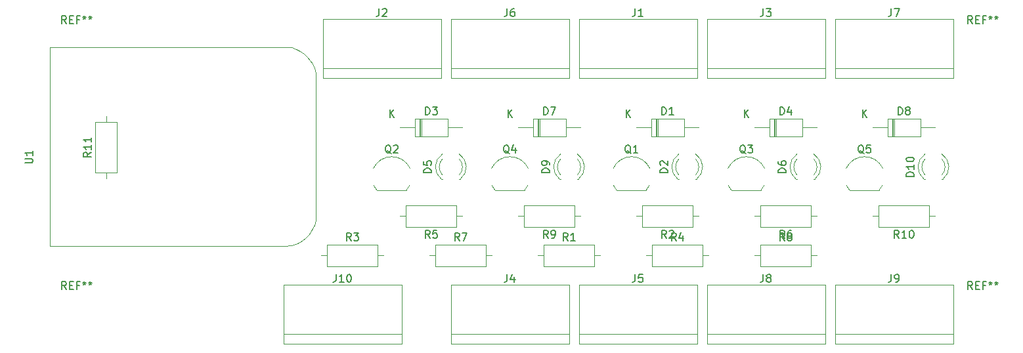
<source format=gbr>
G04 #@! TF.GenerationSoftware,KiCad,Pcbnew,(5.1.2)-2*
G04 #@! TF.CreationDate,2019-08-15T12:47:13-04:00*
G04 #@! TF.ProjectId,esp8266v1,65737038-3236-4367-9631-2e6b69636164,rev?*
G04 #@! TF.SameCoordinates,Original*
G04 #@! TF.FileFunction,Legend,Top*
G04 #@! TF.FilePolarity,Positive*
%FSLAX46Y46*%
G04 Gerber Fmt 4.6, Leading zero omitted, Abs format (unit mm)*
G04 Created by KiCad (PCBNEW (5.1.2)-2) date 2019-08-15 12:47:13*
%MOMM*%
%LPD*%
G04 APERTURE LIST*
%ADD10C,0.120000*%
%ADD11C,0.100000*%
%ADD12C,0.090000*%
%ADD13C,0.150000*%
G04 APERTURE END LIST*
D10*
X202962383Y-58262264D02*
G75*
G02X202570000Y-58850000I-2302383J1112264D01*
G01*
X203016400Y-56051193D02*
G75*
G03X200660000Y-54550000I-2356400J-1098807D01*
G01*
X198303600Y-56051193D02*
G75*
G02X200660000Y-54550000I2356400J-1098807D01*
G01*
X198337369Y-58272045D02*
G75*
G03X198720000Y-58850000I2322631J1122045D01*
G01*
X198720000Y-58850000D02*
X202570000Y-58850000D01*
X157242383Y-58262264D02*
G75*
G02X156850000Y-58850000I-2302383J1112264D01*
G01*
X157296400Y-56051193D02*
G75*
G03X154940000Y-54550000I-2356400J-1098807D01*
G01*
X152583600Y-56051193D02*
G75*
G02X154940000Y-54550000I2356400J-1098807D01*
G01*
X152617369Y-58272045D02*
G75*
G03X153000000Y-58850000I2322631J1122045D01*
G01*
X153000000Y-58850000D02*
X156850000Y-58850000D01*
X187722383Y-58262264D02*
G75*
G02X187330000Y-58850000I-2302383J1112264D01*
G01*
X187776400Y-56051193D02*
G75*
G03X185420000Y-54550000I-2356400J-1098807D01*
G01*
X183063600Y-56051193D02*
G75*
G02X185420000Y-54550000I2356400J-1098807D01*
G01*
X183097369Y-58272045D02*
G75*
G03X183480000Y-58850000I2322631J1122045D01*
G01*
X183480000Y-58850000D02*
X187330000Y-58850000D01*
X142002383Y-58262264D02*
G75*
G02X141610000Y-58850000I-2302383J1112264D01*
G01*
X142056400Y-56051193D02*
G75*
G03X139700000Y-54550000I-2356400J-1098807D01*
G01*
X137343600Y-56051193D02*
G75*
G02X139700000Y-54550000I2356400J-1098807D01*
G01*
X137377369Y-58272045D02*
G75*
G03X137760000Y-58850000I2322631J1122045D01*
G01*
X137760000Y-58850000D02*
X141610000Y-58850000D01*
X172922383Y-58262264D02*
G75*
G02X172530000Y-58850000I-2302383J1112264D01*
G01*
X172976400Y-56051193D02*
G75*
G03X170620000Y-54550000I-2356400J-1098807D01*
G01*
X168263600Y-56051193D02*
G75*
G02X170620000Y-54550000I2356400J-1098807D01*
G01*
X168297369Y-58272045D02*
G75*
G03X168680000Y-58850000I2322631J1122045D01*
G01*
X168680000Y-58850000D02*
X172530000Y-58850000D01*
X125730000Y-78740000D02*
X140970000Y-78740000D01*
X125730000Y-71120000D02*
X140970000Y-71120000D01*
X125730000Y-77470000D02*
X140970000Y-77470000D01*
X140970000Y-78740000D02*
X140970000Y-71120000D01*
X125730000Y-78740000D02*
X125730000Y-71120000D01*
D11*
X126744575Y-65975482D02*
X125851807Y-66091078D01*
X127499613Y-65747122D02*
X126744575Y-65975482D01*
X128131460Y-65419595D02*
X127499613Y-65747122D01*
X128654658Y-65006503D02*
X128131460Y-65419595D01*
X129083743Y-64521445D02*
X128654658Y-65006503D01*
X129433258Y-63978018D02*
X129083743Y-64521445D01*
X129717741Y-63389824D02*
X129433258Y-63978018D01*
X129951734Y-62770460D02*
X129717741Y-63389824D01*
X129922976Y-43732547D02*
X129951734Y-62770460D01*
X129737310Y-43134750D02*
X129922976Y-43732547D01*
X129490377Y-42590560D02*
X129737310Y-43134750D01*
X129182741Y-42099488D02*
X129490377Y-42590560D01*
X128814952Y-41661047D02*
X129182741Y-42099488D01*
X128387577Y-41274747D02*
X128814952Y-41661047D01*
X127901167Y-40940099D02*
X128387577Y-41274747D01*
X127356286Y-40656616D02*
X127901167Y-40940099D01*
X126753493Y-40423805D02*
X127356286Y-40656616D01*
X95583342Y-40409807D02*
X126753493Y-40423805D01*
D12*
X95585000Y-66115000D02*
X103285000Y-66115000D01*
X95585000Y-40415000D02*
X95585000Y-66115000D01*
X103310000Y-66115000D02*
X125835000Y-66090000D01*
D10*
X102870000Y-49300000D02*
X102870000Y-50070000D01*
X102870000Y-57380000D02*
X102870000Y-56610000D01*
X101500000Y-50070000D02*
X101500000Y-56610000D01*
X104240000Y-50070000D02*
X101500000Y-50070000D01*
X104240000Y-56610000D02*
X104240000Y-50070000D01*
X101500000Y-56610000D02*
X104240000Y-56610000D01*
X201700000Y-62230000D02*
X202470000Y-62230000D01*
X209780000Y-62230000D02*
X209010000Y-62230000D01*
X202470000Y-63600000D02*
X209010000Y-63600000D01*
X202470000Y-60860000D02*
X202470000Y-63600000D01*
X209010000Y-60860000D02*
X202470000Y-60860000D01*
X209010000Y-63600000D02*
X209010000Y-60860000D01*
X155980000Y-62230000D02*
X156750000Y-62230000D01*
X164060000Y-62230000D02*
X163290000Y-62230000D01*
X156750000Y-63600000D02*
X163290000Y-63600000D01*
X156750000Y-60860000D02*
X156750000Y-63600000D01*
X163290000Y-60860000D02*
X156750000Y-60860000D01*
X163290000Y-63600000D02*
X163290000Y-60860000D01*
X194540000Y-67310000D02*
X193770000Y-67310000D01*
X186460000Y-67310000D02*
X187230000Y-67310000D01*
X193770000Y-65940000D02*
X187230000Y-65940000D01*
X193770000Y-68680000D02*
X193770000Y-65940000D01*
X187230000Y-68680000D02*
X193770000Y-68680000D01*
X187230000Y-65940000D02*
X187230000Y-68680000D01*
X152630000Y-67310000D02*
X151860000Y-67310000D01*
X144550000Y-67310000D02*
X145320000Y-67310000D01*
X151860000Y-65940000D02*
X145320000Y-65940000D01*
X151860000Y-68680000D02*
X151860000Y-65940000D01*
X145320000Y-68680000D02*
X151860000Y-68680000D01*
X145320000Y-65940000D02*
X145320000Y-68680000D01*
X186460000Y-62230000D02*
X187230000Y-62230000D01*
X194540000Y-62230000D02*
X193770000Y-62230000D01*
X187230000Y-63600000D02*
X193770000Y-63600000D01*
X187230000Y-60860000D02*
X187230000Y-63600000D01*
X193770000Y-60860000D02*
X187230000Y-60860000D01*
X193770000Y-63600000D02*
X193770000Y-60860000D01*
X140740000Y-62230000D02*
X141510000Y-62230000D01*
X148820000Y-62230000D02*
X148050000Y-62230000D01*
X141510000Y-63600000D02*
X148050000Y-63600000D01*
X141510000Y-60860000D02*
X141510000Y-63600000D01*
X148050000Y-60860000D02*
X141510000Y-60860000D01*
X148050000Y-63600000D02*
X148050000Y-60860000D01*
X180570000Y-67310000D02*
X179800000Y-67310000D01*
X172490000Y-67310000D02*
X173260000Y-67310000D01*
X179800000Y-65940000D02*
X173260000Y-65940000D01*
X179800000Y-68680000D02*
X179800000Y-65940000D01*
X173260000Y-68680000D02*
X179800000Y-68680000D01*
X173260000Y-65940000D02*
X173260000Y-68680000D01*
X138660000Y-67310000D02*
X137890000Y-67310000D01*
X130580000Y-67310000D02*
X131350000Y-67310000D01*
X137890000Y-65940000D02*
X131350000Y-65940000D01*
X137890000Y-68680000D02*
X137890000Y-65940000D01*
X131350000Y-68680000D02*
X137890000Y-68680000D01*
X131350000Y-65940000D02*
X131350000Y-68680000D01*
X171220000Y-62230000D02*
X171990000Y-62230000D01*
X179300000Y-62230000D02*
X178530000Y-62230000D01*
X171990000Y-63600000D02*
X178530000Y-63600000D01*
X171990000Y-60860000D02*
X171990000Y-63600000D01*
X178530000Y-60860000D02*
X171990000Y-60860000D01*
X178530000Y-63600000D02*
X178530000Y-60860000D01*
X166600000Y-67310000D02*
X165830000Y-67310000D01*
X158520000Y-67310000D02*
X159290000Y-67310000D01*
X165830000Y-65940000D02*
X159290000Y-65940000D01*
X165830000Y-68680000D02*
X165830000Y-65940000D01*
X159290000Y-68680000D02*
X165830000Y-68680000D01*
X159290000Y-65940000D02*
X159290000Y-68680000D01*
X196850000Y-78740000D02*
X212090000Y-78740000D01*
X196850000Y-71120000D02*
X212090000Y-71120000D01*
X196850000Y-77470000D02*
X212090000Y-77470000D01*
X212090000Y-78740000D02*
X212090000Y-71120000D01*
X196850000Y-78740000D02*
X196850000Y-71120000D01*
X180340000Y-78740000D02*
X195580000Y-78740000D01*
X180340000Y-71120000D02*
X195580000Y-71120000D01*
X180340000Y-77470000D02*
X195580000Y-77470000D01*
X195580000Y-78740000D02*
X195580000Y-71120000D01*
X180340000Y-78740000D02*
X180340000Y-71120000D01*
X196850000Y-44450000D02*
X212090000Y-44450000D01*
X196850000Y-36830000D02*
X212090000Y-36830000D01*
X196850000Y-43180000D02*
X212090000Y-43180000D01*
X212090000Y-44450000D02*
X212090000Y-36830000D01*
X196850000Y-44450000D02*
X196850000Y-36830000D01*
X147320000Y-44450000D02*
X162560000Y-44450000D01*
X147320000Y-36830000D02*
X162560000Y-36830000D01*
X147320000Y-43180000D02*
X162560000Y-43180000D01*
X162560000Y-44450000D02*
X162560000Y-36830000D01*
X147320000Y-44450000D02*
X147320000Y-36830000D01*
X163830000Y-78740000D02*
X179070000Y-78740000D01*
X163830000Y-71120000D02*
X179070000Y-71120000D01*
X163830000Y-77470000D02*
X179070000Y-77470000D01*
X179070000Y-78740000D02*
X179070000Y-71120000D01*
X163830000Y-78740000D02*
X163830000Y-71120000D01*
X147320000Y-78740000D02*
X162560000Y-78740000D01*
X147320000Y-71120000D02*
X162560000Y-71120000D01*
X147320000Y-77470000D02*
X162560000Y-77470000D01*
X162560000Y-78740000D02*
X162560000Y-71120000D01*
X147320000Y-78740000D02*
X147320000Y-71120000D01*
X180340000Y-44450000D02*
X195580000Y-44450000D01*
X180340000Y-36830000D02*
X195580000Y-36830000D01*
X180340000Y-43180000D02*
X195580000Y-43180000D01*
X195580000Y-44450000D02*
X195580000Y-36830000D01*
X180340000Y-44450000D02*
X180340000Y-36830000D01*
X130810000Y-44450000D02*
X146050000Y-44450000D01*
X130810000Y-36830000D02*
X146050000Y-36830000D01*
X130810000Y-43180000D02*
X146050000Y-43180000D01*
X146050000Y-44450000D02*
X146050000Y-36830000D01*
X130810000Y-44450000D02*
X130810000Y-36830000D01*
X163830000Y-44450000D02*
X179070000Y-44450000D01*
X163830000Y-36830000D02*
X179070000Y-36830000D01*
X163830000Y-43180000D02*
X179070000Y-43180000D01*
X179070000Y-44450000D02*
X179070000Y-36830000D01*
X163830000Y-44450000D02*
X163830000Y-36830000D01*
X210629837Y-54838870D02*
G75*
G02X210630000Y-56920961I-1079837J-1041130D01*
G01*
X208470163Y-54838870D02*
G75*
G03X208470000Y-56920961I1079837J-1041130D01*
G01*
X210628608Y-54207665D02*
G75*
G02X210785516Y-57440000I-1078608J-1672335D01*
G01*
X208471392Y-54207665D02*
G75*
G03X208314484Y-57440000I1078608J-1672335D01*
G01*
X210630000Y-57440000D02*
X210786000Y-57440000D01*
X208314000Y-57440000D02*
X208470000Y-57440000D01*
X163639837Y-54838870D02*
G75*
G02X163640000Y-56920961I-1079837J-1041130D01*
G01*
X161480163Y-54838870D02*
G75*
G03X161480000Y-56920961I1079837J-1041130D01*
G01*
X163638608Y-54207665D02*
G75*
G02X163795516Y-57440000I-1078608J-1672335D01*
G01*
X161481392Y-54207665D02*
G75*
G03X161324484Y-57440000I1078608J-1672335D01*
G01*
X163640000Y-57440000D02*
X163796000Y-57440000D01*
X161324000Y-57440000D02*
X161480000Y-57440000D01*
X204220000Y-49680000D02*
X204220000Y-51920000D01*
X204460000Y-49680000D02*
X204460000Y-51920000D01*
X204340000Y-49680000D02*
X204340000Y-51920000D01*
X209780000Y-50800000D02*
X207860000Y-50800000D01*
X201700000Y-50800000D02*
X203620000Y-50800000D01*
X207860000Y-49680000D02*
X203620000Y-49680000D01*
X207860000Y-51920000D02*
X207860000Y-49680000D01*
X203620000Y-51920000D02*
X207860000Y-51920000D01*
X203620000Y-49680000D02*
X203620000Y-51920000D01*
X158500000Y-49680000D02*
X158500000Y-51920000D01*
X158740000Y-49680000D02*
X158740000Y-51920000D01*
X158620000Y-49680000D02*
X158620000Y-51920000D01*
X164060000Y-50800000D02*
X162140000Y-50800000D01*
X155980000Y-50800000D02*
X157900000Y-50800000D01*
X162140000Y-49680000D02*
X157900000Y-49680000D01*
X162140000Y-51920000D02*
X162140000Y-49680000D01*
X157900000Y-51920000D02*
X162140000Y-51920000D01*
X157900000Y-49680000D02*
X157900000Y-51920000D01*
X194119837Y-54838870D02*
G75*
G02X194120000Y-56920961I-1079837J-1041130D01*
G01*
X191960163Y-54838870D02*
G75*
G03X191960000Y-56920961I1079837J-1041130D01*
G01*
X194118608Y-54207665D02*
G75*
G02X194275516Y-57440000I-1078608J-1672335D01*
G01*
X191961392Y-54207665D02*
G75*
G03X191804484Y-57440000I1078608J-1672335D01*
G01*
X194120000Y-57440000D02*
X194276000Y-57440000D01*
X191804000Y-57440000D02*
X191960000Y-57440000D01*
X148399837Y-54838870D02*
G75*
G02X148400000Y-56920961I-1079837J-1041130D01*
G01*
X146240163Y-54838870D02*
G75*
G03X146240000Y-56920961I1079837J-1041130D01*
G01*
X148398608Y-54207665D02*
G75*
G02X148555516Y-57440000I-1078608J-1672335D01*
G01*
X146241392Y-54207665D02*
G75*
G03X146084484Y-57440000I1078608J-1672335D01*
G01*
X148400000Y-57440000D02*
X148556000Y-57440000D01*
X146084000Y-57440000D02*
X146240000Y-57440000D01*
X188980000Y-49680000D02*
X188980000Y-51920000D01*
X189220000Y-49680000D02*
X189220000Y-51920000D01*
X189100000Y-49680000D02*
X189100000Y-51920000D01*
X194540000Y-50800000D02*
X192620000Y-50800000D01*
X186460000Y-50800000D02*
X188380000Y-50800000D01*
X192620000Y-49680000D02*
X188380000Y-49680000D01*
X192620000Y-51920000D02*
X192620000Y-49680000D01*
X188380000Y-51920000D02*
X192620000Y-51920000D01*
X188380000Y-49680000D02*
X188380000Y-51920000D01*
X143260000Y-49680000D02*
X143260000Y-51920000D01*
X143500000Y-49680000D02*
X143500000Y-51920000D01*
X143380000Y-49680000D02*
X143380000Y-51920000D01*
X148820000Y-50800000D02*
X146900000Y-50800000D01*
X140740000Y-50800000D02*
X142660000Y-50800000D01*
X146900000Y-49680000D02*
X142660000Y-49680000D01*
X146900000Y-51920000D02*
X146900000Y-49680000D01*
X142660000Y-51920000D02*
X146900000Y-51920000D01*
X142660000Y-49680000D02*
X142660000Y-51920000D01*
X178879837Y-54838870D02*
G75*
G02X178880000Y-56920961I-1079837J-1041130D01*
G01*
X176720163Y-54838870D02*
G75*
G03X176720000Y-56920961I1079837J-1041130D01*
G01*
X178878608Y-54207665D02*
G75*
G02X179035516Y-57440000I-1078608J-1672335D01*
G01*
X176721392Y-54207665D02*
G75*
G03X176564484Y-57440000I1078608J-1672335D01*
G01*
X178880000Y-57440000D02*
X179036000Y-57440000D01*
X176564000Y-57440000D02*
X176720000Y-57440000D01*
X173740000Y-49680000D02*
X173740000Y-51920000D01*
X173980000Y-49680000D02*
X173980000Y-51920000D01*
X173860000Y-49680000D02*
X173860000Y-51920000D01*
X179300000Y-50800000D02*
X177380000Y-50800000D01*
X171220000Y-50800000D02*
X173140000Y-50800000D01*
X177380000Y-49680000D02*
X173140000Y-49680000D01*
X177380000Y-51920000D02*
X177380000Y-49680000D01*
X173140000Y-51920000D02*
X177380000Y-51920000D01*
X173140000Y-49680000D02*
X173140000Y-51920000D01*
D13*
X97726666Y-71682380D02*
X97393333Y-71206190D01*
X97155238Y-71682380D02*
X97155238Y-70682380D01*
X97536190Y-70682380D01*
X97631428Y-70730000D01*
X97679047Y-70777619D01*
X97726666Y-70872857D01*
X97726666Y-71015714D01*
X97679047Y-71110952D01*
X97631428Y-71158571D01*
X97536190Y-71206190D01*
X97155238Y-71206190D01*
X98155238Y-71158571D02*
X98488571Y-71158571D01*
X98631428Y-71682380D02*
X98155238Y-71682380D01*
X98155238Y-70682380D01*
X98631428Y-70682380D01*
X99393333Y-71158571D02*
X99060000Y-71158571D01*
X99060000Y-71682380D02*
X99060000Y-70682380D01*
X99536190Y-70682380D01*
X100060000Y-70682380D02*
X100060000Y-70920476D01*
X99821904Y-70825238D02*
X100060000Y-70920476D01*
X100298095Y-70825238D01*
X99917142Y-71110952D02*
X100060000Y-70920476D01*
X100202857Y-71110952D01*
X100821904Y-70682380D02*
X100821904Y-70920476D01*
X100583809Y-70825238D02*
X100821904Y-70920476D01*
X101060000Y-70825238D01*
X100679047Y-71110952D02*
X100821904Y-70920476D01*
X100964761Y-71110952D01*
X214566666Y-71682380D02*
X214233333Y-71206190D01*
X213995238Y-71682380D02*
X213995238Y-70682380D01*
X214376190Y-70682380D01*
X214471428Y-70730000D01*
X214519047Y-70777619D01*
X214566666Y-70872857D01*
X214566666Y-71015714D01*
X214519047Y-71110952D01*
X214471428Y-71158571D01*
X214376190Y-71206190D01*
X213995238Y-71206190D01*
X214995238Y-71158571D02*
X215328571Y-71158571D01*
X215471428Y-71682380D02*
X214995238Y-71682380D01*
X214995238Y-70682380D01*
X215471428Y-70682380D01*
X216233333Y-71158571D02*
X215900000Y-71158571D01*
X215900000Y-71682380D02*
X215900000Y-70682380D01*
X216376190Y-70682380D01*
X216900000Y-70682380D02*
X216900000Y-70920476D01*
X216661904Y-70825238D02*
X216900000Y-70920476D01*
X217138095Y-70825238D01*
X216757142Y-71110952D02*
X216900000Y-70920476D01*
X217042857Y-71110952D01*
X217661904Y-70682380D02*
X217661904Y-70920476D01*
X217423809Y-70825238D02*
X217661904Y-70920476D01*
X217900000Y-70825238D01*
X217519047Y-71110952D02*
X217661904Y-70920476D01*
X217804761Y-71110952D01*
X214566666Y-37392380D02*
X214233333Y-36916190D01*
X213995238Y-37392380D02*
X213995238Y-36392380D01*
X214376190Y-36392380D01*
X214471428Y-36440000D01*
X214519047Y-36487619D01*
X214566666Y-36582857D01*
X214566666Y-36725714D01*
X214519047Y-36820952D01*
X214471428Y-36868571D01*
X214376190Y-36916190D01*
X213995238Y-36916190D01*
X214995238Y-36868571D02*
X215328571Y-36868571D01*
X215471428Y-37392380D02*
X214995238Y-37392380D01*
X214995238Y-36392380D01*
X215471428Y-36392380D01*
X216233333Y-36868571D02*
X215900000Y-36868571D01*
X215900000Y-37392380D02*
X215900000Y-36392380D01*
X216376190Y-36392380D01*
X216900000Y-36392380D02*
X216900000Y-36630476D01*
X216661904Y-36535238D02*
X216900000Y-36630476D01*
X217138095Y-36535238D01*
X216757142Y-36820952D02*
X216900000Y-36630476D01*
X217042857Y-36820952D01*
X217661904Y-36392380D02*
X217661904Y-36630476D01*
X217423809Y-36535238D02*
X217661904Y-36630476D01*
X217900000Y-36535238D01*
X217519047Y-36820952D02*
X217661904Y-36630476D01*
X217804761Y-36820952D01*
X97726666Y-37392380D02*
X97393333Y-36916190D01*
X97155238Y-37392380D02*
X97155238Y-36392380D01*
X97536190Y-36392380D01*
X97631428Y-36440000D01*
X97679047Y-36487619D01*
X97726666Y-36582857D01*
X97726666Y-36725714D01*
X97679047Y-36820952D01*
X97631428Y-36868571D01*
X97536190Y-36916190D01*
X97155238Y-36916190D01*
X98155238Y-36868571D02*
X98488571Y-36868571D01*
X98631428Y-37392380D02*
X98155238Y-37392380D01*
X98155238Y-36392380D01*
X98631428Y-36392380D01*
X99393333Y-36868571D02*
X99060000Y-36868571D01*
X99060000Y-37392380D02*
X99060000Y-36392380D01*
X99536190Y-36392380D01*
X100060000Y-36392380D02*
X100060000Y-36630476D01*
X99821904Y-36535238D02*
X100060000Y-36630476D01*
X100298095Y-36535238D01*
X99917142Y-36820952D02*
X100060000Y-36630476D01*
X100202857Y-36820952D01*
X100821904Y-36392380D02*
X100821904Y-36630476D01*
X100583809Y-36535238D02*
X100821904Y-36630476D01*
X101060000Y-36535238D01*
X100679047Y-36820952D02*
X100821904Y-36630476D01*
X100964761Y-36820952D01*
X200564761Y-54137619D02*
X200469523Y-54090000D01*
X200374285Y-53994761D01*
X200231428Y-53851904D01*
X200136190Y-53804285D01*
X200040952Y-53804285D01*
X200088571Y-54042380D02*
X199993333Y-53994761D01*
X199898095Y-53899523D01*
X199850476Y-53709047D01*
X199850476Y-53375714D01*
X199898095Y-53185238D01*
X199993333Y-53090000D01*
X200088571Y-53042380D01*
X200279047Y-53042380D01*
X200374285Y-53090000D01*
X200469523Y-53185238D01*
X200517142Y-53375714D01*
X200517142Y-53709047D01*
X200469523Y-53899523D01*
X200374285Y-53994761D01*
X200279047Y-54042380D01*
X200088571Y-54042380D01*
X201421904Y-53042380D02*
X200945714Y-53042380D01*
X200898095Y-53518571D01*
X200945714Y-53470952D01*
X201040952Y-53423333D01*
X201279047Y-53423333D01*
X201374285Y-53470952D01*
X201421904Y-53518571D01*
X201469523Y-53613809D01*
X201469523Y-53851904D01*
X201421904Y-53947142D01*
X201374285Y-53994761D01*
X201279047Y-54042380D01*
X201040952Y-54042380D01*
X200945714Y-53994761D01*
X200898095Y-53947142D01*
X154844761Y-54137619D02*
X154749523Y-54090000D01*
X154654285Y-53994761D01*
X154511428Y-53851904D01*
X154416190Y-53804285D01*
X154320952Y-53804285D01*
X154368571Y-54042380D02*
X154273333Y-53994761D01*
X154178095Y-53899523D01*
X154130476Y-53709047D01*
X154130476Y-53375714D01*
X154178095Y-53185238D01*
X154273333Y-53090000D01*
X154368571Y-53042380D01*
X154559047Y-53042380D01*
X154654285Y-53090000D01*
X154749523Y-53185238D01*
X154797142Y-53375714D01*
X154797142Y-53709047D01*
X154749523Y-53899523D01*
X154654285Y-53994761D01*
X154559047Y-54042380D01*
X154368571Y-54042380D01*
X155654285Y-53375714D02*
X155654285Y-54042380D01*
X155416190Y-52994761D02*
X155178095Y-53709047D01*
X155797142Y-53709047D01*
X185324761Y-54137619D02*
X185229523Y-54090000D01*
X185134285Y-53994761D01*
X184991428Y-53851904D01*
X184896190Y-53804285D01*
X184800952Y-53804285D01*
X184848571Y-54042380D02*
X184753333Y-53994761D01*
X184658095Y-53899523D01*
X184610476Y-53709047D01*
X184610476Y-53375714D01*
X184658095Y-53185238D01*
X184753333Y-53090000D01*
X184848571Y-53042380D01*
X185039047Y-53042380D01*
X185134285Y-53090000D01*
X185229523Y-53185238D01*
X185277142Y-53375714D01*
X185277142Y-53709047D01*
X185229523Y-53899523D01*
X185134285Y-53994761D01*
X185039047Y-54042380D01*
X184848571Y-54042380D01*
X185610476Y-53042380D02*
X186229523Y-53042380D01*
X185896190Y-53423333D01*
X186039047Y-53423333D01*
X186134285Y-53470952D01*
X186181904Y-53518571D01*
X186229523Y-53613809D01*
X186229523Y-53851904D01*
X186181904Y-53947142D01*
X186134285Y-53994761D01*
X186039047Y-54042380D01*
X185753333Y-54042380D01*
X185658095Y-53994761D01*
X185610476Y-53947142D01*
X139604761Y-54137619D02*
X139509523Y-54090000D01*
X139414285Y-53994761D01*
X139271428Y-53851904D01*
X139176190Y-53804285D01*
X139080952Y-53804285D01*
X139128571Y-54042380D02*
X139033333Y-53994761D01*
X138938095Y-53899523D01*
X138890476Y-53709047D01*
X138890476Y-53375714D01*
X138938095Y-53185238D01*
X139033333Y-53090000D01*
X139128571Y-53042380D01*
X139319047Y-53042380D01*
X139414285Y-53090000D01*
X139509523Y-53185238D01*
X139557142Y-53375714D01*
X139557142Y-53709047D01*
X139509523Y-53899523D01*
X139414285Y-53994761D01*
X139319047Y-54042380D01*
X139128571Y-54042380D01*
X139938095Y-53137619D02*
X139985714Y-53090000D01*
X140080952Y-53042380D01*
X140319047Y-53042380D01*
X140414285Y-53090000D01*
X140461904Y-53137619D01*
X140509523Y-53232857D01*
X140509523Y-53328095D01*
X140461904Y-53470952D01*
X139890476Y-54042380D01*
X140509523Y-54042380D01*
X170524761Y-54137619D02*
X170429523Y-54090000D01*
X170334285Y-53994761D01*
X170191428Y-53851904D01*
X170096190Y-53804285D01*
X170000952Y-53804285D01*
X170048571Y-54042380D02*
X169953333Y-53994761D01*
X169858095Y-53899523D01*
X169810476Y-53709047D01*
X169810476Y-53375714D01*
X169858095Y-53185238D01*
X169953333Y-53090000D01*
X170048571Y-53042380D01*
X170239047Y-53042380D01*
X170334285Y-53090000D01*
X170429523Y-53185238D01*
X170477142Y-53375714D01*
X170477142Y-53709047D01*
X170429523Y-53899523D01*
X170334285Y-53994761D01*
X170239047Y-54042380D01*
X170048571Y-54042380D01*
X171429523Y-54042380D02*
X170858095Y-54042380D01*
X171143809Y-54042380D02*
X171143809Y-53042380D01*
X171048571Y-53185238D01*
X170953333Y-53280476D01*
X170858095Y-53328095D01*
X132510476Y-69732380D02*
X132510476Y-70446666D01*
X132462857Y-70589523D01*
X132367619Y-70684761D01*
X132224761Y-70732380D01*
X132129523Y-70732380D01*
X133510476Y-70732380D02*
X132939047Y-70732380D01*
X133224761Y-70732380D02*
X133224761Y-69732380D01*
X133129523Y-69875238D01*
X133034285Y-69970476D01*
X132939047Y-70018095D01*
X134129523Y-69732380D02*
X134224761Y-69732380D01*
X134320000Y-69780000D01*
X134367619Y-69827619D01*
X134415238Y-69922857D01*
X134462857Y-70113333D01*
X134462857Y-70351428D01*
X134415238Y-70541904D01*
X134367619Y-70637142D01*
X134320000Y-70684761D01*
X134224761Y-70732380D01*
X134129523Y-70732380D01*
X134034285Y-70684761D01*
X133986666Y-70637142D01*
X133939047Y-70541904D01*
X133891428Y-70351428D01*
X133891428Y-70113333D01*
X133939047Y-69922857D01*
X133986666Y-69827619D01*
X134034285Y-69780000D01*
X134129523Y-69732380D01*
X92402380Y-55371904D02*
X93211904Y-55371904D01*
X93307142Y-55324285D01*
X93354761Y-55276666D01*
X93402380Y-55181428D01*
X93402380Y-54990952D01*
X93354761Y-54895714D01*
X93307142Y-54848095D01*
X93211904Y-54800476D01*
X92402380Y-54800476D01*
X93402380Y-53800476D02*
X93402380Y-54371904D01*
X93402380Y-54086190D02*
X92402380Y-54086190D01*
X92545238Y-54181428D01*
X92640476Y-54276666D01*
X92688095Y-54371904D01*
X100952380Y-53982857D02*
X100476190Y-54316190D01*
X100952380Y-54554285D02*
X99952380Y-54554285D01*
X99952380Y-54173333D01*
X100000000Y-54078095D01*
X100047619Y-54030476D01*
X100142857Y-53982857D01*
X100285714Y-53982857D01*
X100380952Y-54030476D01*
X100428571Y-54078095D01*
X100476190Y-54173333D01*
X100476190Y-54554285D01*
X100952380Y-53030476D02*
X100952380Y-53601904D01*
X100952380Y-53316190D02*
X99952380Y-53316190D01*
X100095238Y-53411428D01*
X100190476Y-53506666D01*
X100238095Y-53601904D01*
X100952380Y-52078095D02*
X100952380Y-52649523D01*
X100952380Y-52363809D02*
X99952380Y-52363809D01*
X100095238Y-52459047D01*
X100190476Y-52554285D01*
X100238095Y-52649523D01*
X205097142Y-65052380D02*
X204763809Y-64576190D01*
X204525714Y-65052380D02*
X204525714Y-64052380D01*
X204906666Y-64052380D01*
X205001904Y-64100000D01*
X205049523Y-64147619D01*
X205097142Y-64242857D01*
X205097142Y-64385714D01*
X205049523Y-64480952D01*
X205001904Y-64528571D01*
X204906666Y-64576190D01*
X204525714Y-64576190D01*
X206049523Y-65052380D02*
X205478095Y-65052380D01*
X205763809Y-65052380D02*
X205763809Y-64052380D01*
X205668571Y-64195238D01*
X205573333Y-64290476D01*
X205478095Y-64338095D01*
X206668571Y-64052380D02*
X206763809Y-64052380D01*
X206859047Y-64100000D01*
X206906666Y-64147619D01*
X206954285Y-64242857D01*
X207001904Y-64433333D01*
X207001904Y-64671428D01*
X206954285Y-64861904D01*
X206906666Y-64957142D01*
X206859047Y-65004761D01*
X206763809Y-65052380D01*
X206668571Y-65052380D01*
X206573333Y-65004761D01*
X206525714Y-64957142D01*
X206478095Y-64861904D01*
X206430476Y-64671428D01*
X206430476Y-64433333D01*
X206478095Y-64242857D01*
X206525714Y-64147619D01*
X206573333Y-64100000D01*
X206668571Y-64052380D01*
X159853333Y-65052380D02*
X159520000Y-64576190D01*
X159281904Y-65052380D02*
X159281904Y-64052380D01*
X159662857Y-64052380D01*
X159758095Y-64100000D01*
X159805714Y-64147619D01*
X159853333Y-64242857D01*
X159853333Y-64385714D01*
X159805714Y-64480952D01*
X159758095Y-64528571D01*
X159662857Y-64576190D01*
X159281904Y-64576190D01*
X160329523Y-65052380D02*
X160520000Y-65052380D01*
X160615238Y-65004761D01*
X160662857Y-64957142D01*
X160758095Y-64814285D01*
X160805714Y-64623809D01*
X160805714Y-64242857D01*
X160758095Y-64147619D01*
X160710476Y-64100000D01*
X160615238Y-64052380D01*
X160424761Y-64052380D01*
X160329523Y-64100000D01*
X160281904Y-64147619D01*
X160234285Y-64242857D01*
X160234285Y-64480952D01*
X160281904Y-64576190D01*
X160329523Y-64623809D01*
X160424761Y-64671428D01*
X160615238Y-64671428D01*
X160710476Y-64623809D01*
X160758095Y-64576190D01*
X160805714Y-64480952D01*
X190333333Y-65392380D02*
X190000000Y-64916190D01*
X189761904Y-65392380D02*
X189761904Y-64392380D01*
X190142857Y-64392380D01*
X190238095Y-64440000D01*
X190285714Y-64487619D01*
X190333333Y-64582857D01*
X190333333Y-64725714D01*
X190285714Y-64820952D01*
X190238095Y-64868571D01*
X190142857Y-64916190D01*
X189761904Y-64916190D01*
X190904761Y-64820952D02*
X190809523Y-64773333D01*
X190761904Y-64725714D01*
X190714285Y-64630476D01*
X190714285Y-64582857D01*
X190761904Y-64487619D01*
X190809523Y-64440000D01*
X190904761Y-64392380D01*
X191095238Y-64392380D01*
X191190476Y-64440000D01*
X191238095Y-64487619D01*
X191285714Y-64582857D01*
X191285714Y-64630476D01*
X191238095Y-64725714D01*
X191190476Y-64773333D01*
X191095238Y-64820952D01*
X190904761Y-64820952D01*
X190809523Y-64868571D01*
X190761904Y-64916190D01*
X190714285Y-65011428D01*
X190714285Y-65201904D01*
X190761904Y-65297142D01*
X190809523Y-65344761D01*
X190904761Y-65392380D01*
X191095238Y-65392380D01*
X191190476Y-65344761D01*
X191238095Y-65297142D01*
X191285714Y-65201904D01*
X191285714Y-65011428D01*
X191238095Y-64916190D01*
X191190476Y-64868571D01*
X191095238Y-64820952D01*
X148423333Y-65392380D02*
X148090000Y-64916190D01*
X147851904Y-65392380D02*
X147851904Y-64392380D01*
X148232857Y-64392380D01*
X148328095Y-64440000D01*
X148375714Y-64487619D01*
X148423333Y-64582857D01*
X148423333Y-64725714D01*
X148375714Y-64820952D01*
X148328095Y-64868571D01*
X148232857Y-64916190D01*
X147851904Y-64916190D01*
X148756666Y-64392380D02*
X149423333Y-64392380D01*
X148994761Y-65392380D01*
X190333333Y-65052380D02*
X190000000Y-64576190D01*
X189761904Y-65052380D02*
X189761904Y-64052380D01*
X190142857Y-64052380D01*
X190238095Y-64100000D01*
X190285714Y-64147619D01*
X190333333Y-64242857D01*
X190333333Y-64385714D01*
X190285714Y-64480952D01*
X190238095Y-64528571D01*
X190142857Y-64576190D01*
X189761904Y-64576190D01*
X191190476Y-64052380D02*
X191000000Y-64052380D01*
X190904761Y-64100000D01*
X190857142Y-64147619D01*
X190761904Y-64290476D01*
X190714285Y-64480952D01*
X190714285Y-64861904D01*
X190761904Y-64957142D01*
X190809523Y-65004761D01*
X190904761Y-65052380D01*
X191095238Y-65052380D01*
X191190476Y-65004761D01*
X191238095Y-64957142D01*
X191285714Y-64861904D01*
X191285714Y-64623809D01*
X191238095Y-64528571D01*
X191190476Y-64480952D01*
X191095238Y-64433333D01*
X190904761Y-64433333D01*
X190809523Y-64480952D01*
X190761904Y-64528571D01*
X190714285Y-64623809D01*
X144613333Y-65052380D02*
X144280000Y-64576190D01*
X144041904Y-65052380D02*
X144041904Y-64052380D01*
X144422857Y-64052380D01*
X144518095Y-64100000D01*
X144565714Y-64147619D01*
X144613333Y-64242857D01*
X144613333Y-64385714D01*
X144565714Y-64480952D01*
X144518095Y-64528571D01*
X144422857Y-64576190D01*
X144041904Y-64576190D01*
X145518095Y-64052380D02*
X145041904Y-64052380D01*
X144994285Y-64528571D01*
X145041904Y-64480952D01*
X145137142Y-64433333D01*
X145375238Y-64433333D01*
X145470476Y-64480952D01*
X145518095Y-64528571D01*
X145565714Y-64623809D01*
X145565714Y-64861904D01*
X145518095Y-64957142D01*
X145470476Y-65004761D01*
X145375238Y-65052380D01*
X145137142Y-65052380D01*
X145041904Y-65004761D01*
X144994285Y-64957142D01*
X176363333Y-65392380D02*
X176030000Y-64916190D01*
X175791904Y-65392380D02*
X175791904Y-64392380D01*
X176172857Y-64392380D01*
X176268095Y-64440000D01*
X176315714Y-64487619D01*
X176363333Y-64582857D01*
X176363333Y-64725714D01*
X176315714Y-64820952D01*
X176268095Y-64868571D01*
X176172857Y-64916190D01*
X175791904Y-64916190D01*
X177220476Y-64725714D02*
X177220476Y-65392380D01*
X176982380Y-64344761D02*
X176744285Y-65059047D01*
X177363333Y-65059047D01*
X134453333Y-65392380D02*
X134120000Y-64916190D01*
X133881904Y-65392380D02*
X133881904Y-64392380D01*
X134262857Y-64392380D01*
X134358095Y-64440000D01*
X134405714Y-64487619D01*
X134453333Y-64582857D01*
X134453333Y-64725714D01*
X134405714Y-64820952D01*
X134358095Y-64868571D01*
X134262857Y-64916190D01*
X133881904Y-64916190D01*
X134786666Y-64392380D02*
X135405714Y-64392380D01*
X135072380Y-64773333D01*
X135215238Y-64773333D01*
X135310476Y-64820952D01*
X135358095Y-64868571D01*
X135405714Y-64963809D01*
X135405714Y-65201904D01*
X135358095Y-65297142D01*
X135310476Y-65344761D01*
X135215238Y-65392380D01*
X134929523Y-65392380D01*
X134834285Y-65344761D01*
X134786666Y-65297142D01*
X175093333Y-65052380D02*
X174760000Y-64576190D01*
X174521904Y-65052380D02*
X174521904Y-64052380D01*
X174902857Y-64052380D01*
X174998095Y-64100000D01*
X175045714Y-64147619D01*
X175093333Y-64242857D01*
X175093333Y-64385714D01*
X175045714Y-64480952D01*
X174998095Y-64528571D01*
X174902857Y-64576190D01*
X174521904Y-64576190D01*
X175474285Y-64147619D02*
X175521904Y-64100000D01*
X175617142Y-64052380D01*
X175855238Y-64052380D01*
X175950476Y-64100000D01*
X175998095Y-64147619D01*
X176045714Y-64242857D01*
X176045714Y-64338095D01*
X175998095Y-64480952D01*
X175426666Y-65052380D01*
X176045714Y-65052380D01*
X162393333Y-65392380D02*
X162060000Y-64916190D01*
X161821904Y-65392380D02*
X161821904Y-64392380D01*
X162202857Y-64392380D01*
X162298095Y-64440000D01*
X162345714Y-64487619D01*
X162393333Y-64582857D01*
X162393333Y-64725714D01*
X162345714Y-64820952D01*
X162298095Y-64868571D01*
X162202857Y-64916190D01*
X161821904Y-64916190D01*
X163345714Y-65392380D02*
X162774285Y-65392380D01*
X163060000Y-65392380D02*
X163060000Y-64392380D01*
X162964761Y-64535238D01*
X162869523Y-64630476D01*
X162774285Y-64678095D01*
X204106666Y-69732380D02*
X204106666Y-70446666D01*
X204059047Y-70589523D01*
X203963809Y-70684761D01*
X203820952Y-70732380D01*
X203725714Y-70732380D01*
X204630476Y-70732380D02*
X204820952Y-70732380D01*
X204916190Y-70684761D01*
X204963809Y-70637142D01*
X205059047Y-70494285D01*
X205106666Y-70303809D01*
X205106666Y-69922857D01*
X205059047Y-69827619D01*
X205011428Y-69780000D01*
X204916190Y-69732380D01*
X204725714Y-69732380D01*
X204630476Y-69780000D01*
X204582857Y-69827619D01*
X204535238Y-69922857D01*
X204535238Y-70160952D01*
X204582857Y-70256190D01*
X204630476Y-70303809D01*
X204725714Y-70351428D01*
X204916190Y-70351428D01*
X205011428Y-70303809D01*
X205059047Y-70256190D01*
X205106666Y-70160952D01*
X187596666Y-69732380D02*
X187596666Y-70446666D01*
X187549047Y-70589523D01*
X187453809Y-70684761D01*
X187310952Y-70732380D01*
X187215714Y-70732380D01*
X188215714Y-70160952D02*
X188120476Y-70113333D01*
X188072857Y-70065714D01*
X188025238Y-69970476D01*
X188025238Y-69922857D01*
X188072857Y-69827619D01*
X188120476Y-69780000D01*
X188215714Y-69732380D01*
X188406190Y-69732380D01*
X188501428Y-69780000D01*
X188549047Y-69827619D01*
X188596666Y-69922857D01*
X188596666Y-69970476D01*
X188549047Y-70065714D01*
X188501428Y-70113333D01*
X188406190Y-70160952D01*
X188215714Y-70160952D01*
X188120476Y-70208571D01*
X188072857Y-70256190D01*
X188025238Y-70351428D01*
X188025238Y-70541904D01*
X188072857Y-70637142D01*
X188120476Y-70684761D01*
X188215714Y-70732380D01*
X188406190Y-70732380D01*
X188501428Y-70684761D01*
X188549047Y-70637142D01*
X188596666Y-70541904D01*
X188596666Y-70351428D01*
X188549047Y-70256190D01*
X188501428Y-70208571D01*
X188406190Y-70160952D01*
X204106666Y-35442380D02*
X204106666Y-36156666D01*
X204059047Y-36299523D01*
X203963809Y-36394761D01*
X203820952Y-36442380D01*
X203725714Y-36442380D01*
X204487619Y-35442380D02*
X205154285Y-35442380D01*
X204725714Y-36442380D01*
X154576666Y-35442380D02*
X154576666Y-36156666D01*
X154529047Y-36299523D01*
X154433809Y-36394761D01*
X154290952Y-36442380D01*
X154195714Y-36442380D01*
X155481428Y-35442380D02*
X155290952Y-35442380D01*
X155195714Y-35490000D01*
X155148095Y-35537619D01*
X155052857Y-35680476D01*
X155005238Y-35870952D01*
X155005238Y-36251904D01*
X155052857Y-36347142D01*
X155100476Y-36394761D01*
X155195714Y-36442380D01*
X155386190Y-36442380D01*
X155481428Y-36394761D01*
X155529047Y-36347142D01*
X155576666Y-36251904D01*
X155576666Y-36013809D01*
X155529047Y-35918571D01*
X155481428Y-35870952D01*
X155386190Y-35823333D01*
X155195714Y-35823333D01*
X155100476Y-35870952D01*
X155052857Y-35918571D01*
X155005238Y-36013809D01*
X171086666Y-69732380D02*
X171086666Y-70446666D01*
X171039047Y-70589523D01*
X170943809Y-70684761D01*
X170800952Y-70732380D01*
X170705714Y-70732380D01*
X172039047Y-69732380D02*
X171562857Y-69732380D01*
X171515238Y-70208571D01*
X171562857Y-70160952D01*
X171658095Y-70113333D01*
X171896190Y-70113333D01*
X171991428Y-70160952D01*
X172039047Y-70208571D01*
X172086666Y-70303809D01*
X172086666Y-70541904D01*
X172039047Y-70637142D01*
X171991428Y-70684761D01*
X171896190Y-70732380D01*
X171658095Y-70732380D01*
X171562857Y-70684761D01*
X171515238Y-70637142D01*
X154576666Y-69732380D02*
X154576666Y-70446666D01*
X154529047Y-70589523D01*
X154433809Y-70684761D01*
X154290952Y-70732380D01*
X154195714Y-70732380D01*
X155481428Y-70065714D02*
X155481428Y-70732380D01*
X155243333Y-69684761D02*
X155005238Y-70399047D01*
X155624285Y-70399047D01*
X187596666Y-35442380D02*
X187596666Y-36156666D01*
X187549047Y-36299523D01*
X187453809Y-36394761D01*
X187310952Y-36442380D01*
X187215714Y-36442380D01*
X187977619Y-35442380D02*
X188596666Y-35442380D01*
X188263333Y-35823333D01*
X188406190Y-35823333D01*
X188501428Y-35870952D01*
X188549047Y-35918571D01*
X188596666Y-36013809D01*
X188596666Y-36251904D01*
X188549047Y-36347142D01*
X188501428Y-36394761D01*
X188406190Y-36442380D01*
X188120476Y-36442380D01*
X188025238Y-36394761D01*
X187977619Y-36347142D01*
X138066666Y-35442380D02*
X138066666Y-36156666D01*
X138019047Y-36299523D01*
X137923809Y-36394761D01*
X137780952Y-36442380D01*
X137685714Y-36442380D01*
X138495238Y-35537619D02*
X138542857Y-35490000D01*
X138638095Y-35442380D01*
X138876190Y-35442380D01*
X138971428Y-35490000D01*
X139019047Y-35537619D01*
X139066666Y-35632857D01*
X139066666Y-35728095D01*
X139019047Y-35870952D01*
X138447619Y-36442380D01*
X139066666Y-36442380D01*
X171086666Y-35442380D02*
X171086666Y-36156666D01*
X171039047Y-36299523D01*
X170943809Y-36394761D01*
X170800952Y-36442380D01*
X170705714Y-36442380D01*
X172086666Y-36442380D02*
X171515238Y-36442380D01*
X171800952Y-36442380D02*
X171800952Y-35442380D01*
X171705714Y-35585238D01*
X171610476Y-35680476D01*
X171515238Y-35728095D01*
X207042380Y-57094285D02*
X206042380Y-57094285D01*
X206042380Y-56856190D01*
X206090000Y-56713333D01*
X206185238Y-56618095D01*
X206280476Y-56570476D01*
X206470952Y-56522857D01*
X206613809Y-56522857D01*
X206804285Y-56570476D01*
X206899523Y-56618095D01*
X206994761Y-56713333D01*
X207042380Y-56856190D01*
X207042380Y-57094285D01*
X207042380Y-55570476D02*
X207042380Y-56141904D01*
X207042380Y-55856190D02*
X206042380Y-55856190D01*
X206185238Y-55951428D01*
X206280476Y-56046666D01*
X206328095Y-56141904D01*
X206042380Y-54951428D02*
X206042380Y-54856190D01*
X206090000Y-54760952D01*
X206137619Y-54713333D01*
X206232857Y-54665714D01*
X206423333Y-54618095D01*
X206661428Y-54618095D01*
X206851904Y-54665714D01*
X206947142Y-54713333D01*
X206994761Y-54760952D01*
X207042380Y-54856190D01*
X207042380Y-54951428D01*
X206994761Y-55046666D01*
X206947142Y-55094285D01*
X206851904Y-55141904D01*
X206661428Y-55189523D01*
X206423333Y-55189523D01*
X206232857Y-55141904D01*
X206137619Y-55094285D01*
X206090000Y-55046666D01*
X206042380Y-54951428D01*
X160052380Y-56618095D02*
X159052380Y-56618095D01*
X159052380Y-56380000D01*
X159100000Y-56237142D01*
X159195238Y-56141904D01*
X159290476Y-56094285D01*
X159480952Y-56046666D01*
X159623809Y-56046666D01*
X159814285Y-56094285D01*
X159909523Y-56141904D01*
X160004761Y-56237142D01*
X160052380Y-56380000D01*
X160052380Y-56618095D01*
X160052380Y-55570476D02*
X160052380Y-55380000D01*
X160004761Y-55284761D01*
X159957142Y-55237142D01*
X159814285Y-55141904D01*
X159623809Y-55094285D01*
X159242857Y-55094285D01*
X159147619Y-55141904D01*
X159100000Y-55189523D01*
X159052380Y-55284761D01*
X159052380Y-55475238D01*
X159100000Y-55570476D01*
X159147619Y-55618095D01*
X159242857Y-55665714D01*
X159480952Y-55665714D01*
X159576190Y-55618095D01*
X159623809Y-55570476D01*
X159671428Y-55475238D01*
X159671428Y-55284761D01*
X159623809Y-55189523D01*
X159576190Y-55141904D01*
X159480952Y-55094285D01*
X205001904Y-49132380D02*
X205001904Y-48132380D01*
X205240000Y-48132380D01*
X205382857Y-48180000D01*
X205478095Y-48275238D01*
X205525714Y-48370476D01*
X205573333Y-48560952D01*
X205573333Y-48703809D01*
X205525714Y-48894285D01*
X205478095Y-48989523D01*
X205382857Y-49084761D01*
X205240000Y-49132380D01*
X205001904Y-49132380D01*
X206144761Y-48560952D02*
X206049523Y-48513333D01*
X206001904Y-48465714D01*
X205954285Y-48370476D01*
X205954285Y-48322857D01*
X206001904Y-48227619D01*
X206049523Y-48180000D01*
X206144761Y-48132380D01*
X206335238Y-48132380D01*
X206430476Y-48180000D01*
X206478095Y-48227619D01*
X206525714Y-48322857D01*
X206525714Y-48370476D01*
X206478095Y-48465714D01*
X206430476Y-48513333D01*
X206335238Y-48560952D01*
X206144761Y-48560952D01*
X206049523Y-48608571D01*
X206001904Y-48656190D01*
X205954285Y-48751428D01*
X205954285Y-48941904D01*
X206001904Y-49037142D01*
X206049523Y-49084761D01*
X206144761Y-49132380D01*
X206335238Y-49132380D01*
X206430476Y-49084761D01*
X206478095Y-49037142D01*
X206525714Y-48941904D01*
X206525714Y-48751428D01*
X206478095Y-48656190D01*
X206430476Y-48608571D01*
X206335238Y-48560952D01*
X200398095Y-49452380D02*
X200398095Y-48452380D01*
X200969523Y-49452380D02*
X200540952Y-48880952D01*
X200969523Y-48452380D02*
X200398095Y-49023809D01*
X159281904Y-49132380D02*
X159281904Y-48132380D01*
X159520000Y-48132380D01*
X159662857Y-48180000D01*
X159758095Y-48275238D01*
X159805714Y-48370476D01*
X159853333Y-48560952D01*
X159853333Y-48703809D01*
X159805714Y-48894285D01*
X159758095Y-48989523D01*
X159662857Y-49084761D01*
X159520000Y-49132380D01*
X159281904Y-49132380D01*
X160186666Y-48132380D02*
X160853333Y-48132380D01*
X160424761Y-49132380D01*
X154678095Y-49452380D02*
X154678095Y-48452380D01*
X155249523Y-49452380D02*
X154820952Y-48880952D01*
X155249523Y-48452380D02*
X154678095Y-49023809D01*
X190532380Y-56618095D02*
X189532380Y-56618095D01*
X189532380Y-56380000D01*
X189580000Y-56237142D01*
X189675238Y-56141904D01*
X189770476Y-56094285D01*
X189960952Y-56046666D01*
X190103809Y-56046666D01*
X190294285Y-56094285D01*
X190389523Y-56141904D01*
X190484761Y-56237142D01*
X190532380Y-56380000D01*
X190532380Y-56618095D01*
X189532380Y-55189523D02*
X189532380Y-55380000D01*
X189580000Y-55475238D01*
X189627619Y-55522857D01*
X189770476Y-55618095D01*
X189960952Y-55665714D01*
X190341904Y-55665714D01*
X190437142Y-55618095D01*
X190484761Y-55570476D01*
X190532380Y-55475238D01*
X190532380Y-55284761D01*
X190484761Y-55189523D01*
X190437142Y-55141904D01*
X190341904Y-55094285D01*
X190103809Y-55094285D01*
X190008571Y-55141904D01*
X189960952Y-55189523D01*
X189913333Y-55284761D01*
X189913333Y-55475238D01*
X189960952Y-55570476D01*
X190008571Y-55618095D01*
X190103809Y-55665714D01*
X144812380Y-56618095D02*
X143812380Y-56618095D01*
X143812380Y-56380000D01*
X143860000Y-56237142D01*
X143955238Y-56141904D01*
X144050476Y-56094285D01*
X144240952Y-56046666D01*
X144383809Y-56046666D01*
X144574285Y-56094285D01*
X144669523Y-56141904D01*
X144764761Y-56237142D01*
X144812380Y-56380000D01*
X144812380Y-56618095D01*
X143812380Y-55141904D02*
X143812380Y-55618095D01*
X144288571Y-55665714D01*
X144240952Y-55618095D01*
X144193333Y-55522857D01*
X144193333Y-55284761D01*
X144240952Y-55189523D01*
X144288571Y-55141904D01*
X144383809Y-55094285D01*
X144621904Y-55094285D01*
X144717142Y-55141904D01*
X144764761Y-55189523D01*
X144812380Y-55284761D01*
X144812380Y-55522857D01*
X144764761Y-55618095D01*
X144717142Y-55665714D01*
X189761904Y-49132380D02*
X189761904Y-48132380D01*
X190000000Y-48132380D01*
X190142857Y-48180000D01*
X190238095Y-48275238D01*
X190285714Y-48370476D01*
X190333333Y-48560952D01*
X190333333Y-48703809D01*
X190285714Y-48894285D01*
X190238095Y-48989523D01*
X190142857Y-49084761D01*
X190000000Y-49132380D01*
X189761904Y-49132380D01*
X191190476Y-48465714D02*
X191190476Y-49132380D01*
X190952380Y-48084761D02*
X190714285Y-48799047D01*
X191333333Y-48799047D01*
X185158095Y-49452380D02*
X185158095Y-48452380D01*
X185729523Y-49452380D02*
X185300952Y-48880952D01*
X185729523Y-48452380D02*
X185158095Y-49023809D01*
X144041904Y-49132380D02*
X144041904Y-48132380D01*
X144280000Y-48132380D01*
X144422857Y-48180000D01*
X144518095Y-48275238D01*
X144565714Y-48370476D01*
X144613333Y-48560952D01*
X144613333Y-48703809D01*
X144565714Y-48894285D01*
X144518095Y-48989523D01*
X144422857Y-49084761D01*
X144280000Y-49132380D01*
X144041904Y-49132380D01*
X144946666Y-48132380D02*
X145565714Y-48132380D01*
X145232380Y-48513333D01*
X145375238Y-48513333D01*
X145470476Y-48560952D01*
X145518095Y-48608571D01*
X145565714Y-48703809D01*
X145565714Y-48941904D01*
X145518095Y-49037142D01*
X145470476Y-49084761D01*
X145375238Y-49132380D01*
X145089523Y-49132380D01*
X144994285Y-49084761D01*
X144946666Y-49037142D01*
X139438095Y-49452380D02*
X139438095Y-48452380D01*
X140009523Y-49452380D02*
X139580952Y-48880952D01*
X140009523Y-48452380D02*
X139438095Y-49023809D01*
X175292380Y-56618095D02*
X174292380Y-56618095D01*
X174292380Y-56380000D01*
X174340000Y-56237142D01*
X174435238Y-56141904D01*
X174530476Y-56094285D01*
X174720952Y-56046666D01*
X174863809Y-56046666D01*
X175054285Y-56094285D01*
X175149523Y-56141904D01*
X175244761Y-56237142D01*
X175292380Y-56380000D01*
X175292380Y-56618095D01*
X174387619Y-55665714D02*
X174340000Y-55618095D01*
X174292380Y-55522857D01*
X174292380Y-55284761D01*
X174340000Y-55189523D01*
X174387619Y-55141904D01*
X174482857Y-55094285D01*
X174578095Y-55094285D01*
X174720952Y-55141904D01*
X175292380Y-55713333D01*
X175292380Y-55094285D01*
X174521904Y-49132380D02*
X174521904Y-48132380D01*
X174760000Y-48132380D01*
X174902857Y-48180000D01*
X174998095Y-48275238D01*
X175045714Y-48370476D01*
X175093333Y-48560952D01*
X175093333Y-48703809D01*
X175045714Y-48894285D01*
X174998095Y-48989523D01*
X174902857Y-49084761D01*
X174760000Y-49132380D01*
X174521904Y-49132380D01*
X176045714Y-49132380D02*
X175474285Y-49132380D01*
X175760000Y-49132380D02*
X175760000Y-48132380D01*
X175664761Y-48275238D01*
X175569523Y-48370476D01*
X175474285Y-48418095D01*
X169918095Y-49452380D02*
X169918095Y-48452380D01*
X170489523Y-49452380D02*
X170060952Y-48880952D01*
X170489523Y-48452380D02*
X169918095Y-49023809D01*
M02*

</source>
